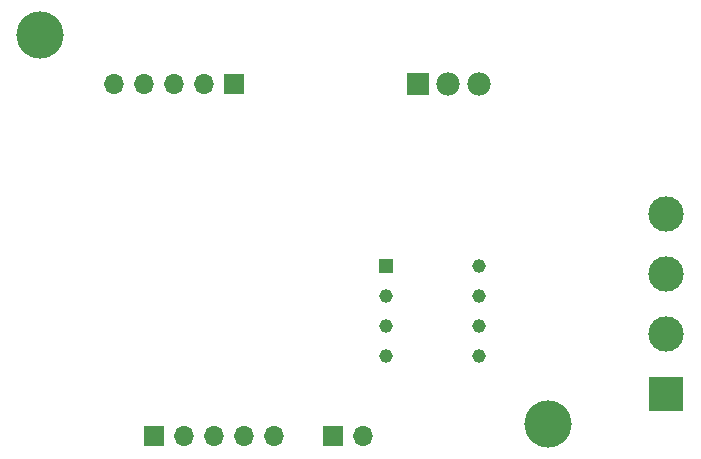
<source format=gbs>
%TF.GenerationSoftware,KiCad,Pcbnew,(5.1.12)-1*%
%TF.CreationDate,2022-08-06T16:25:20+02:00*%
%TF.ProjectId,Konwerter,4b6f6e77-6572-4746-9572-2e6b69636164,rev?*%
%TF.SameCoordinates,Original*%
%TF.FileFunction,Soldermask,Bot*%
%TF.FilePolarity,Negative*%
%FSLAX46Y46*%
G04 Gerber Fmt 4.6, Leading zero omitted, Abs format (unit mm)*
G04 Created by KiCad (PCBNEW (5.1.12)-1) date 2022-08-06 16:25:20*
%MOMM*%
%LPD*%
G01*
G04 APERTURE LIST*
%ADD10O,1.700000X1.700000*%
%ADD11R,1.700000X1.700000*%
%ADD12C,4.000000*%
%ADD13C,3.000000*%
%ADD14R,3.000000X3.000000*%
%ADD15C,1.980000*%
%ADD16R,1.980000X1.980000*%
%ADD17C,1.160000*%
%ADD18R,1.160000X1.160000*%
G04 APERTURE END LIST*
D10*
X122340000Y-111000000D03*
D11*
X119800000Y-111000000D03*
D12*
X95000000Y-77000000D03*
X138000000Y-110000000D03*
D13*
X148000000Y-92160000D03*
D14*
X148000000Y-107400000D03*
D13*
X148000000Y-97240000D03*
X148000000Y-102320000D03*
D10*
X114820000Y-111000000D03*
X112280000Y-111000000D03*
X109740000Y-111000000D03*
X107200000Y-111000000D03*
D11*
X104660000Y-111000000D03*
D10*
X101240000Y-81200000D03*
X103780000Y-81200000D03*
X106320000Y-81200000D03*
X108860000Y-81200000D03*
D11*
X111400000Y-81200000D03*
D15*
X132100000Y-81200000D03*
X129550000Y-81200000D03*
D16*
X127000000Y-81200000D03*
D17*
X132170000Y-96590000D03*
X132170000Y-99130000D03*
X132170000Y-101670000D03*
X132170000Y-104210000D03*
X124230000Y-104210000D03*
X124230000Y-101670000D03*
X124230000Y-99130000D03*
D18*
X124230000Y-96590000D03*
M02*

</source>
